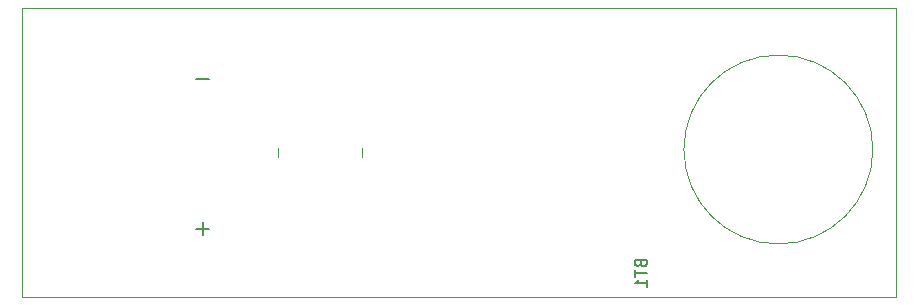
<source format=gbo>
G04 #@! TF.GenerationSoftware,KiCad,Pcbnew,8.0.4*
G04 #@! TF.CreationDate,2024-08-27T21:07:45-03:00*
G04 #@! TF.ProjectId,memo,6d656d6f-2e6b-4696-9361-645f70636258,rev?*
G04 #@! TF.SameCoordinates,Original*
G04 #@! TF.FileFunction,Legend,Bot*
G04 #@! TF.FilePolarity,Positive*
%FSLAX46Y46*%
G04 Gerber Fmt 4.6, Leading zero omitted, Abs format (unit mm)*
G04 Created by KiCad (PCBNEW 8.0.4) date 2024-08-27 21:07:45*
%MOMM*%
%LPD*%
G01*
G04 APERTURE LIST*
%ADD10C,0.150000*%
%ADD11C,0.120000*%
%ADD12R,1.000000X1.000000*%
%ADD13O,1.000000X1.000000*%
%ADD14O,1.000000X2.100000*%
%ADD15O,1.000000X1.600000*%
%ADD16C,3.450000*%
%ADD17R,2.000000X2.000000*%
%ADD18C,2.000000*%
G04 #@! TA.AperFunction,Profile*
%ADD19C,0.100000*%
G04 #@! TD*
G04 APERTURE END LIST*
D10*
X151831009Y-93164285D02*
X151878628Y-93307142D01*
X151878628Y-93307142D02*
X151926247Y-93354761D01*
X151926247Y-93354761D02*
X152021485Y-93402380D01*
X152021485Y-93402380D02*
X152164342Y-93402380D01*
X152164342Y-93402380D02*
X152259580Y-93354761D01*
X152259580Y-93354761D02*
X152307200Y-93307142D01*
X152307200Y-93307142D02*
X152354819Y-93211904D01*
X152354819Y-93211904D02*
X152354819Y-92830952D01*
X152354819Y-92830952D02*
X151354819Y-92830952D01*
X151354819Y-92830952D02*
X151354819Y-93164285D01*
X151354819Y-93164285D02*
X151402438Y-93259523D01*
X151402438Y-93259523D02*
X151450057Y-93307142D01*
X151450057Y-93307142D02*
X151545295Y-93354761D01*
X151545295Y-93354761D02*
X151640533Y-93354761D01*
X151640533Y-93354761D02*
X151735771Y-93307142D01*
X151735771Y-93307142D02*
X151783390Y-93259523D01*
X151783390Y-93259523D02*
X151831009Y-93164285D01*
X151831009Y-93164285D02*
X151831009Y-92830952D01*
X151354819Y-93688095D02*
X151354819Y-94259523D01*
X152354819Y-93973809D02*
X151354819Y-93973809D01*
X152354819Y-95116666D02*
X152354819Y-94545238D01*
X152354819Y-94830952D02*
X151354819Y-94830952D01*
X151354819Y-94830952D02*
X151497676Y-94735714D01*
X151497676Y-94735714D02*
X151592914Y-94640476D01*
X151592914Y-94640476D02*
X151640533Y-94545238D01*
X115331428Y-77509700D02*
X114188571Y-77509700D01*
X115331428Y-90209700D02*
X114188571Y-90209700D01*
X114759999Y-90781128D02*
X114759999Y-89638271D01*
D11*
X121110000Y-84095000D02*
X121110000Y-83395000D01*
X128270000Y-84095000D02*
X128270000Y-83395000D01*
%LPC*%
D12*
X128625000Y-94000000D03*
D13*
X127355000Y-94000000D03*
X126085000Y-94000000D03*
X124815000Y-94000000D03*
X123545000Y-94000000D03*
X122275000Y-94000000D03*
D12*
X127000000Y-73050000D03*
D13*
X128270000Y-73050000D03*
X129540000Y-73050000D03*
X130810000Y-73050000D03*
D14*
X131760000Y-89120000D03*
D15*
X131760000Y-93300000D03*
D14*
X140400000Y-89120000D03*
D15*
X140400000Y-93300000D03*
D16*
X126250000Y-83735000D03*
D17*
X150050000Y-77985000D03*
D18*
X150050000Y-89485000D03*
%LPD*%
D19*
X171500000Y-83500000D02*
G75*
G02*
X155500000Y-83500000I-8000000J0D01*
G01*
X155500000Y-83500000D02*
G75*
G02*
X171500000Y-83500000I8000000J0D01*
G01*
X99500000Y-71500000D02*
X173500000Y-71500000D01*
X173500000Y-96000000D01*
X99500000Y-96000000D01*
X99500000Y-71500000D01*
M02*

</source>
